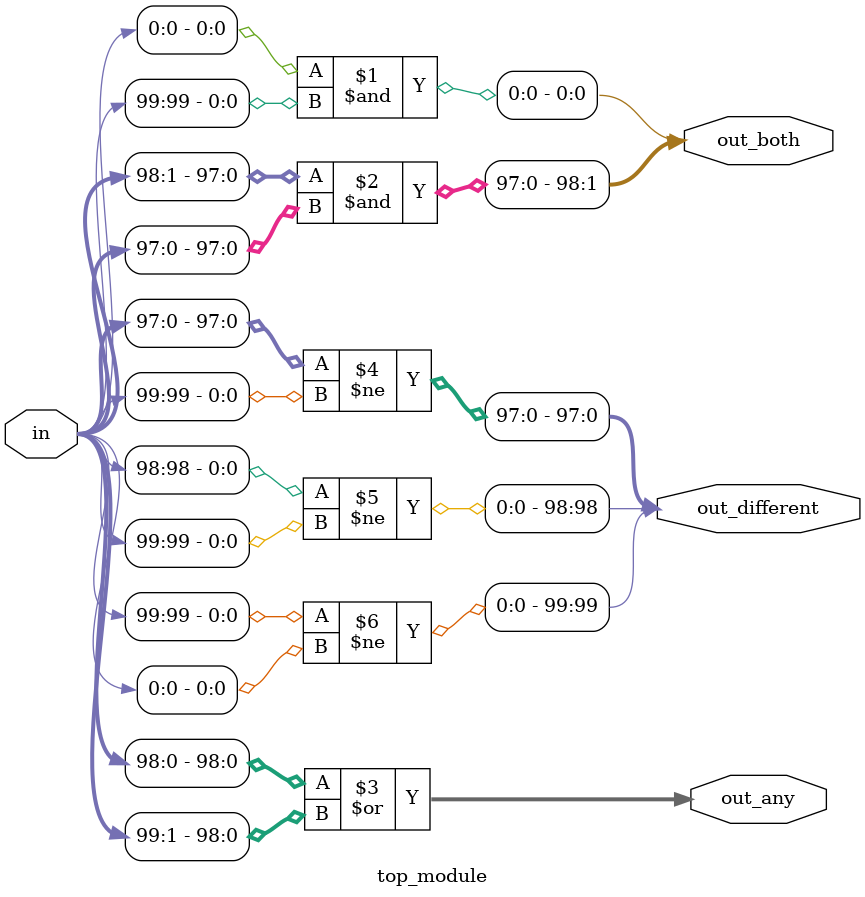
<source format=sv>
module top_module (
    input [99:0] in,
    output [98:0] out_both,
    output [99:1] out_any,
    output [99:0] out_different
);

    // out_both
    // Comparing each input bit with its left neighbour
    assign out_both[0] = in[0] & in[99];
    assign out_both[1:98] = in[1:98] & in[0:97];
    
    // out_any
    // Comparing each input bit with its right neighbour
    assign out_any[1:99] = in[0:98] | in[1:99];
    
    // out_different
    // Comparing each input bit with its left neighbour (wrapping around)
    assign out_different[0:97] = in[0:97] != in[99];
    assign out_different[98] = in[98] != in[99];
    assign out_different[99] = in[99] != in[0];

endmodule

</source>
